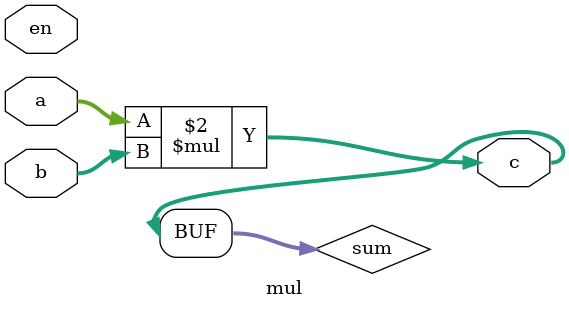
<source format=sv>
module alu(o,a,b,sel);
  input [3:0]a,b;
  input [0:1]sel;
  output [9:0]o;
  wire [9:0]op1,op2;
  wire [0:3]o1,o2;
  reg  [9:0]op;
  assign o=op;
  reg [0:1]en;
  reg [9:0]d1,d2;
  initial begin
    d1=10'b0001010001;
    d2=10'b0001010001;
  end
  ccmul cm11(op2[9:0],d1[9:0],d2[9:0],1);
  cadd  ca11(op1[9:5],d1[9:5],d2[9:5],1);
  cadd  ca12(op1[4:0],d1[4:0],d2[4:0],1);
  
  always@(sel)
    begin
      if(sel==2'd0)
        begin
          op=op1;
        end
        
      if(sel==2'd1)
        begin
          op=op2;
        end
    end
  
endmodule
  
module cadd(in1,in2,op,en);
  input [4:0] in1,in2;
  input en;
  output reg[4:0] op;
always @* begin
  if(in1[4]==1 && in2[4]==1 && en)
begin
  op[4]<=1;
  op[3:0]<=in1[3:0]+in2[3:0];
end

  else if((in1[4]==1 && in2[4]==0)&&(in1[3:0]>=in2[3:0]) && en)
begin
  op[4]<=1;
  op[3:0]<=in1[3:0]+(~in2[3:0])+1;
end

  else if((in1[4]==1 && in2[4]==0)&&(in1[3:0]<in2[3:0]) && en)
begin
  op[4]<=0;
  op[3:0]<=~in1[3:0]+(in2[3:0])+1;
end

  else if((in1[4]==0 && in2[4]==1)&&(in1[3:0]>=in2[3:0]) && en)
begin
  op[4]<=0;
  op[3:0]<=in1[3:0]+(~in2[3:0])+1;
end

  else if((in1[4]==0 && in2[4]==1)&&(in1[3:0]<in2[3:0]) && en)
begin
  op[4]<=1;
  op[3:0]<=~in1[3:0]+(in2[3:0])+1;
end

  else if(en)
begin
  op[4]<=0;
  op[3:0]<=in1[3:0]+in2[3:0];
end

end
endmodule

module cmul(in1,in2,op,en);
  input [4:0]in1,in2;
  input en;
  output reg[4:0] op;
  always @(en)
        begin
          op[4]=in1[4]^in2[4];
          op[3:0]=in1[3:0]*in2[3:0];
        end

endmodule

module ccmul(i1,i2,op,en);
  input [9:0]i1,i2;
  input en;
  output reg[9:0] op;
  wire [4:0] o1,o2,o3,o4,o5,o6,o7,o8,o9;
  cadd a1(i1[4:0],i2[4:0],o1,en);
  cadd a2(i1[9:5],i2[9:5],o2,en);
  cadd a3(i1[4:0],{~i2[4],i2[3:0]},o3,en);
  cmul m1(i1[4:0],o2[4:0],o4[4:0],en);
  cmul m2(i1[9:5],o3[4:0],o5[4:0],en);
  cmul m3(i2[9:5],o1[4:0],o6[4:0],en);
  cadd a4(o4[4:0],{~o5[4],o5[3:0]},o7[4:0],en);
  cadd a5(o4[4:0],{~o6[4],o6[3:0]},o8[4:0],en);
  always@(en)
    begin
      op[9:0]={o8[4:0],o7[4:0]};
    end  
endmodule

module add(c,a,b,en);
  input [0:3]a,b;
  input en;
  output [0:3]c;
  reg [0:3] sum;
  assign c=sum;
  always@(en)
    begin
      sum=a+b;
    end
  
endmodule

module mul(c,a,b,en);
  input [0:3]a,b;
  input en;
  output [0:3]c;
  reg [0:3] sum;
  assign c=sum;
  always@(en)
    begin
      sum=a*b;
    end
  
endmodule

</source>
